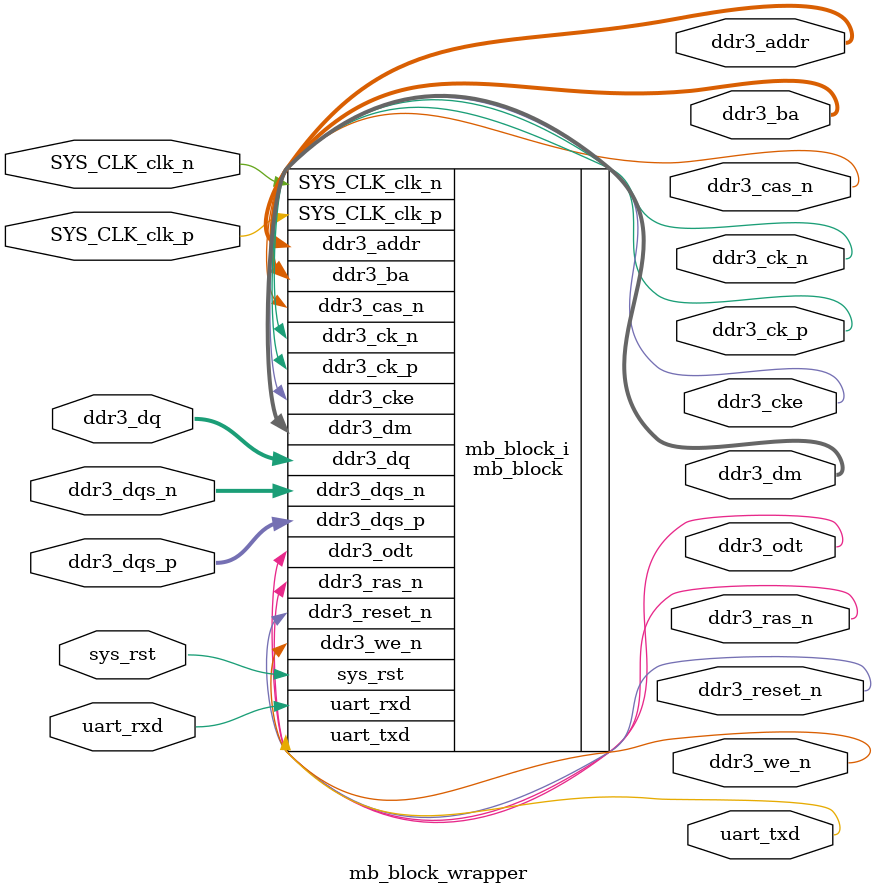
<source format=v>
`timescale 1 ps / 1 ps

module mb_block_wrapper
   (SYS_CLK_clk_n,
    SYS_CLK_clk_p,
    ddr3_addr,
    ddr3_ba,
    ddr3_cas_n,
    ddr3_ck_n,
    ddr3_ck_p,
    ddr3_cke,
    ddr3_dm,
    ddr3_dq,
    ddr3_dqs_n,
    ddr3_dqs_p,
    ddr3_odt,
    ddr3_ras_n,
    ddr3_reset_n,
    ddr3_we_n,
    sys_rst,
    uart_rxd,
    uart_txd);
  input SYS_CLK_clk_n;
  input SYS_CLK_clk_p;
  output [12:0]ddr3_addr;
  output [2:0]ddr3_ba;
  output ddr3_cas_n;
  output [0:0]ddr3_ck_n;
  output [0:0]ddr3_ck_p;
  output [0:0]ddr3_cke;
  output [1:0]ddr3_dm;
  inout [15:0]ddr3_dq;
  inout [1:0]ddr3_dqs_n;
  inout [1:0]ddr3_dqs_p;
  output [0:0]ddr3_odt;
  output ddr3_ras_n;
  output ddr3_reset_n;
  output ddr3_we_n;
  input sys_rst;
  input uart_rxd;
  output uart_txd;

  wire SYS_CLK_clk_n;
  wire SYS_CLK_clk_p;
  wire [12:0]ddr3_addr;
  wire [2:0]ddr3_ba;
  wire ddr3_cas_n;
  wire [0:0]ddr3_ck_n;
  wire [0:0]ddr3_ck_p;
  wire [0:0]ddr3_cke;
  wire [1:0]ddr3_dm;
  wire [15:0]ddr3_dq;
  wire [1:0]ddr3_dqs_n;
  wire [1:0]ddr3_dqs_p;
  wire [0:0]ddr3_odt;
  wire ddr3_ras_n;
  wire ddr3_reset_n;
  wire ddr3_we_n;
  wire sys_rst;
  wire uart_rxd;
  wire uart_txd;

  mb_block mb_block_i
       (.SYS_CLK_clk_n(SYS_CLK_clk_n),
        .SYS_CLK_clk_p(SYS_CLK_clk_p),
        .ddr3_addr(ddr3_addr),
        .ddr3_ba(ddr3_ba),
        .ddr3_cas_n(ddr3_cas_n),
        .ddr3_ck_n(ddr3_ck_n),
        .ddr3_ck_p(ddr3_ck_p),
        .ddr3_cke(ddr3_cke),
        .ddr3_dm(ddr3_dm),
        .ddr3_dq(ddr3_dq),
        .ddr3_dqs_n(ddr3_dqs_n),
        .ddr3_dqs_p(ddr3_dqs_p),
        .ddr3_odt(ddr3_odt),
        .ddr3_ras_n(ddr3_ras_n),
        .ddr3_reset_n(ddr3_reset_n),
        .ddr3_we_n(ddr3_we_n),
        .sys_rst(sys_rst),
        .uart_rxd(uart_rxd),
        .uart_txd(uart_txd));
endmodule

</source>
